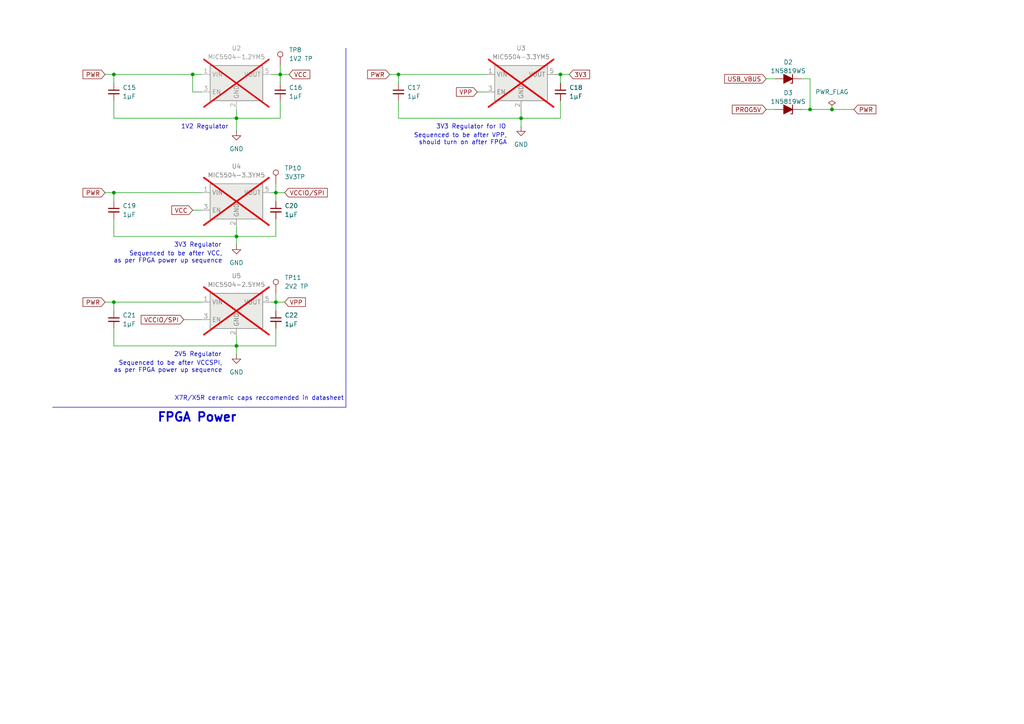
<source format=kicad_sch>
(kicad_sch (version 20250114) (generator "eeschema") (generator_version "9.0")
  (paper "A4")
  (title_block (title "iCE40 Breakout") (date "2025-11-26") (rev "V1R0") (company "S3I") (comment 1 "Voltage regulators"))
  (lib_symbols
    (symbol "Connector:TestPoint" (pin_numbers (hide yes)) (pin_names (offset 0.762) (hide yes))
      (property "Reference" "TP" (at 0 6.858 0))
      (property "Value" "TestPoint" (at 0 5.08 0))
      (symbol "TestPoint_0_1"
        (circle (center 0 3.302) (radius 0.762))
      )
      (symbol "TestPoint_1_1"
        (pin passive line (at 0 0 90) (length 2.54) (name "1") (number "1"))
      )
    )
    (symbol "Device:C_Small" (pin_numbers (hide yes)) (pin_names (offset 0.254) (hide yes))
      (property "Reference" "C" (at 0.254 1.778 0))
      (property "Value" "C_Small" (at 0.254 -2.032 0))
      (symbol "C_Small_0_1"
        (polyline (pts (xy -1.524 0.508) (xy 1.524 0.508)) (stroke (width 0.3048)))
        (polyline (pts (xy -1.524 -0.508) (xy 1.524 -0.508)) (stroke (width 0.3302)))
      )
      (symbol "C_Small_1_1"
        (pin passive line (at 0 2.54 270) (length 2.032) (name "~") (number "1"))
        (pin passive line (at 0 -2.54 90) (length 2.032) (name "~") (number "2"))
      )
    )
    (symbol "Device:D_Zener_Filled" (pin_numbers (hide yes)) (pin_names (offset 1.016) (hide yes))
      (property "Reference" "D" (at 0 2.54 0))
      (property "Value" "D_Zener_Filled" (at 0 -2.54 0))
      (symbol "D_Zener_Filled_0_1"
        (polyline (pts (xy -1.27 -1.27) (xy -1.27 1.27) (xy -0.762 1.27)) (stroke (width 0.254)))
        (polyline (pts (xy 1.27 0) (xy -1.27 0)))
        (polyline (pts (xy 1.27 -1.27) (xy 1.27 1.27) (xy -1.27 0) (xy 1.27 -1.27)) (stroke (width 0.254)) (fill (type outline)))
      )
      (symbol "D_Zener_Filled_1_1"
        (pin passive line (at -3.81 0 0) (length 2.54) (name "K") (number "1"))
        (pin passive line (at 3.81 0 180) (length 2.54) (name "A") (number "2"))
      )
    )
    (symbol "Regulator_Linear:MIC5504-1.2YM5"
      (property "Reference" "U" (at -7.62 8.89 0))
      (property "Value" "MIC5504-1.2YM5" (at -7.62 6.35 0))
      (symbol "MIC5504-1.2YM5_0_1"
        (rectangle (start -7.62 -5.08) (end 7.62 5.08) (stroke (width 0.254)) (fill (type background)))
      )
      (symbol "MIC5504-1.2YM5_1_1"
        (pin power_in line (at -10.16 2.54 0) (length 2.54) (name "VIN") (number "1"))
        (pin input line (at -10.16 -2.54 0) (length 2.54) (name "EN") (number "3"))
        (pin power_in line (at 0 -7.62 90) (length 2.54) (name "GND") (number "2"))
        (pin no_connect line (at 7.62 -2.54 180) (length 2.54) (hide yes) (name "NC") (number "4"))
        (pin power_out line (at 10.16 2.54 180) (length 2.54) (name "VOUT") (number "5"))
      )
    )
    (symbol "Regulator_Linear:MIC5504-2.5YM5"
      (property "Reference" "U" (at -7.62 8.89 0))
      (property "Value" "MIC5504-2.5YM5" (at -7.62 6.35 0))
      (symbol "MIC5504-2.5YM5_0_1"
        (rectangle (start -7.62 -5.08) (end 7.62 5.08) (stroke (width 0.254)) (fill (type background)))
      )
      (symbol "MIC5504-2.5YM5_1_1"
        (pin power_in line (at -10.16 2.54 0) (length 2.54) (name "VIN") (number "1"))
        (pin input line (at -10.16 -2.54 0) (length 2.54) (name "EN") (number "3"))
        (pin power_in line (at 0 -7.62 90) (length 2.54) (name "GND") (number "2"))
        (pin no_connect line (at 7.62 -2.54 180) (length 2.54) (hide yes) (name "NC") (number "4"))
        (pin power_out line (at 10.16 2.54 180) (length 2.54) (name "VOUT") (number "5"))
      )
    )
    (symbol "Regulator_Linear:MIC5504-3.3YM5"
      (property "Reference" "U" (at -7.62 8.89 0))
      (property "Value" "MIC5504-3.3YM5" (at -7.62 6.35 0))
      (symbol "MIC5504-3.3YM5_0_1"
        (rectangle (start -7.62 -5.08) (end 7.62 5.08) (stroke (width 0.254)) (fill (type background)))
      )
      (symbol "MIC5504-3.3YM5_1_1"
        (pin power_in line (at -10.16 2.54 0) (length 2.54) (name "VIN") (number "1"))
        (pin input line (at -10.16 -2.54 0) (length 2.54) (name "EN") (number "3"))
        (pin power_in line (at 0 -7.62 90) (length 2.54) (name "GND") (number "2"))
        (pin no_connect line (at 7.62 -2.54 180) (length 2.54) (hide yes) (name "NC") (number "4"))
        (pin power_out line (at 10.16 2.54 180) (length 2.54) (name "VOUT") (number "5"))
      )
    )
    (symbol "power:GND" (power) (pin_numbers (hide yes)) (pin_names (offset 0) (hide yes))
      (property "Value" "GND" (at 0 -3.81 0))
      (symbol "GND_0_1"
        (polyline (pts (xy 0 0) (xy 0 -1.27) (xy 1.27 -1.27) (xy 0 -2.54) (xy -1.27 -1.27) (xy 0 -1.27)))
      )
      (symbol "GND_1_1"
        (pin power_in line (at 0 0 270) (length 0) (name "~") (number "1"))
      )
    )
    (symbol "power:PWR_FLAG" (power) (pin_numbers (hide yes)) (pin_names (offset 0) (hide yes))
      (property "Value" "PWR_FLAG" (at 0 3.81 0))
      (symbol "PWR_FLAG_0_0"
        (pin power_out line (at 0 0 90) (length 0) (name "~") (number "1"))
      )
      (symbol "PWR_FLAG_0_1"
        (polyline (pts (xy 0 0) (xy 0 1.27) (xy -1.016 1.905) (xy 0 2.54) (xy 1.016 1.905) (xy 0 1.27)))
      )
    )
  )
  (text "1V2 Regulator" (at 66.294 36.83 0) (effects (font (size 1.27 1.27)) (justify right)))
  (text "3V3 Regulator for IO" (at 146.812 36.83 0) (effects (font (size 1.27 1.27)) (justify right)))
  (text "X7R/X5R ceramic caps reccomended in datasheet" (at 75.184 115.57 0) (effects (font (size 1.27 1.27))))
  (text "Sequenced to be after VCCSPI,\nas per FPGA power up sequence" (at 64.516 106.426 0) (effects (font (size 1.27 1.27)) (justify right)))
  (text "3V3 Regulator" (at 64.262 71.12 0) (effects (font (size 1.27 1.27)) (justify right)))
  (text "Sequenced to be after VCC,\nas per FPGA power up sequence" (at 64.516 74.676 0) (effects (font (size 1.27 1.27)) (justify right)))
  (text "FPGA Power" (at 57.15 121.158 0) (effects (font (size 2.54 2.54) (thickness 0.508) (bold yes))))
  (text "Sequenced to be after VPP,\nshould turn on after FPGA" (at 147.066 40.386 0) (effects (font (size 1.27 1.27)) (justify right)))
  (text "2V5 Regulator" (at 64.262 102.87 0) (effects (font (size 1.27 1.27)) (justify right)))
  (junction (at 151.13 34.29))
  (junction (at 80.01 87.63))
  (junction (at 68.58 68.58))
  (junction (at 115.57 21.59))
  (junction (at 81.28 21.59))
  (junction (at 68.58 100.33))
  (junction (at 162.56 21.59))
  (junction (at 68.58 34.29))
  (junction (at 33.02 87.63))
  (junction (at 55.88 21.59))
  (junction (at 241.3 31.75))
  (junction (at 33.02 21.59))
  (junction (at 80.01 55.88))
  (junction (at 234.95 31.75))
  (junction (at 33.02 55.88))
  (wire (pts (xy 222.25 22.86) (xy 224.79 22.86)))
  (wire (pts (xy 232.41 22.86) (xy 234.95 22.86)))
  (wire (pts (xy 55.88 60.96) (xy 58.42 60.96)))
  (wire (pts (xy 115.57 29.21) (xy 115.57 34.29)))
  (wire (pts (xy 151.13 31.75) (xy 151.13 34.29)))
  (wire (pts (xy 80.01 87.63) (xy 80.01 90.17)))
  (wire (pts (xy 68.58 68.58) (xy 80.01 68.58)))
  (polyline (pts (xy 100.33 13.97) (xy 100.33 118.11)))
  (wire (pts (xy 234.95 22.86) (xy 234.95 31.75)))
  (wire (pts (xy 55.88 26.67) (xy 55.88 21.59)))
  (wire (pts (xy 68.58 66.04) (xy 68.58 68.58)))
  (wire (pts (xy 68.58 31.75) (xy 68.58 34.29)))
  (wire (pts (xy 33.02 55.88) (xy 33.02 58.42)))
  (wire (pts (xy 162.56 29.21) (xy 162.56 34.29)))
  (wire (pts (xy 162.56 21.59) (xy 162.56 24.13)))
  (wire (pts (xy 33.02 21.59) (xy 55.88 21.59)))
  (wire (pts (xy 68.58 34.29) (xy 68.58 38.1)))
  (wire (pts (xy 113.03 21.59) (xy 115.57 21.59)))
  (wire (pts (xy 30.48 55.88) (xy 33.02 55.88)))
  (wire (pts (xy 30.48 21.59) (xy 33.02 21.59)))
  (wire (pts (xy 33.02 95.25) (xy 33.02 100.33)))
  (wire (pts (xy 33.02 21.59) (xy 33.02 24.13)))
  (wire (pts (xy 232.41 31.75) (xy 234.95 31.75)))
  (wire (pts (xy 33.02 100.33) (xy 68.58 100.33)))
  (wire (pts (xy 30.48 87.63) (xy 33.02 87.63)))
  (wire (pts (xy 81.28 21.59) (xy 81.28 24.13)))
  (wire (pts (xy 68.58 68.58) (xy 68.58 71.12)))
  (wire (pts (xy 33.02 68.58) (xy 68.58 68.58)))
  (wire (pts (xy 33.02 87.63) (xy 58.42 87.63)))
  (wire (pts (xy 68.58 97.79) (xy 68.58 100.33)))
  (wire (pts (xy 68.58 100.33) (xy 80.01 100.33)))
  (wire (pts (xy 151.13 34.29) (xy 162.56 34.29)))
  (wire (pts (xy 138.43 26.67) (xy 140.97 26.67)))
  (wire (pts (xy 82.55 55.88) (xy 80.01 55.88)))
  (wire (pts (xy 80.01 85.09) (xy 80.01 87.63)))
  (wire (pts (xy 241.3 31.75) (xy 247.65 31.75)))
  (wire (pts (xy 78.74 21.59) (xy 81.28 21.59)))
  (wire (pts (xy 81.28 19.05) (xy 81.28 21.59)))
  (wire (pts (xy 78.74 55.88) (xy 80.01 55.88)))
  (wire (pts (xy 81.28 29.21) (xy 81.28 34.29)))
  (wire (pts (xy 33.02 29.21) (xy 33.02 34.29)))
  (wire (pts (xy 68.58 34.29) (xy 81.28 34.29)))
  (wire (pts (xy 33.02 34.29) (xy 68.58 34.29)))
  (wire (pts (xy 55.88 21.59) (xy 58.42 21.59)))
  (wire (pts (xy 80.01 63.5) (xy 80.01 68.58)))
  (wire (pts (xy 81.28 21.59) (xy 83.82 21.59)))
  (wire (pts (xy 151.13 34.29) (xy 151.13 36.83)))
  (wire (pts (xy 58.42 26.67) (xy 55.88 26.67)))
  (wire (pts (xy 33.02 63.5) (xy 33.02 68.58)))
  (wire (pts (xy 82.55 87.63) (xy 80.01 87.63)))
  (wire (pts (xy 115.57 34.29) (xy 151.13 34.29)))
  (wire (pts (xy 80.01 95.25) (xy 80.01 100.33)))
  (wire (pts (xy 161.29 21.59) (xy 162.56 21.59)))
  (wire (pts (xy 165.1 21.59) (xy 162.56 21.59)))
  (wire (pts (xy 234.95 31.75) (xy 241.3 31.75)))
  (polyline (pts (xy 100.33 118.11) (xy 15.24 118.11)))
  (wire (pts (xy 53.34 92.71) (xy 58.42 92.71)))
  (wire (pts (xy 80.01 55.88) (xy 80.01 58.42)))
  (wire (pts (xy 33.02 55.88) (xy 58.42 55.88)))
  (wire (pts (xy 33.02 87.63) (xy 33.02 90.17)))
  (wire (pts (xy 78.74 87.63) (xy 80.01 87.63)))
  (wire (pts (xy 80.01 53.34) (xy 80.01 55.88)))
  (wire (pts (xy 68.58 100.33) (xy 68.58 102.87)))
  (wire (pts (xy 115.57 21.59) (xy 140.97 21.59)))
  (wire (pts (xy 222.25 31.75) (xy 224.79 31.75)))
  (wire (pts (xy 115.57 21.59) (xy 115.57 24.13)))
  (global_label "PROG5V" (shape input) (at 222.25 31.75 180) (property "Intersheetrefs" "${INTERSHEET_REFS}" (effects (hide yes))))
  (global_label "PWR" (shape input) (at 30.48 55.88 180) (property "Intersheetrefs" "${INTERSHEET_REFS}" (effects (hide yes))))
  (global_label "VPP" (shape input) (at 82.55 87.63 0) (property "Intersheetrefs" "${INTERSHEET_REFS}" (effects (hide yes))))
  (global_label "3V3" (shape input) (at 165.1 21.59 0) (property "Intersheetrefs" "${INTERSHEET_REFS}" (effects (hide yes))))
  (global_label "VCCIO{slash}SPI" (shape input) (at 53.34 92.71 180) (property "Intersheetrefs" "${INTERSHEET_REFS}" (effects (hide yes))))
  (global_label "PWR" (shape input) (at 30.48 21.59 180) (property "Intersheetrefs" "${INTERSHEET_REFS}" (effects (hide yes))))
  (global_label "VCC" (shape input) (at 83.82 21.59 0) (property "Intersheetrefs" "${INTERSHEET_REFS}" (effects (hide yes))))
  (global_label "PWR" (shape input) (at 113.03 21.59 180) (property "Intersheetrefs" "${INTERSHEET_REFS}" (effects (hide yes))))
  (global_label "PWR" (shape input) (at 247.65 31.75 0) (property "Intersheetrefs" "${INTERSHEET_REFS}" (effects (hide yes))))
  (global_label "VCC" (shape input) (at 55.88 60.96 180) (property "Intersheetrefs" "${INTERSHEET_REFS}" (effects (hide yes))))
  (global_label "VPP" (shape input) (at 138.43 26.67 180) (property "Intersheetrefs" "${INTERSHEET_REFS}" (effects (hide yes))))
  (global_label "PWR" (shape input) (at 30.48 87.63 180) (property "Intersheetrefs" "${INTERSHEET_REFS}" (effects (hide yes))))
  (global_label "USB_VBUS" (shape input) (at 222.25 22.86 180) (property "Intersheetrefs" "${INTERSHEET_REFS}" (effects (hide yes))))
  (global_label "VCCIO{slash}SPI" (shape input) (at 82.55 55.88 0) (property "Intersheetrefs" "${INTERSHEET_REFS}" (effects (hide yes))))
  (symbol (lib_id "Device:C_Small") (at 80.01 92.71 0) (unit 1)
    (property "Reference" "C22" (at 82.55 91.4462 0) (effects (justify left)))
    (property "Value" "1μF" (at 82.55 93.9862 0) (effects (justify left)))
    (property "Footprint" "Capacitor_SMD:C_0402_1005Metric" (effects (hide yes)))
    (property "Description" "Unpolarized capacitor, small symbol" (effects (hide yes)))
    (property "LCSC" "C52923" (effects (hide yes)))
  )
  (symbol (lib_id "Regulator_Linear:MIC5504-2.5YM5") (at 68.58 90.17 0) (unit 1) (dnp yes)
    (property "Reference" "U5" (at 68.58 80.01 0))
    (property "Value" "MIC5504-2.5YM5" (at 68.58 82.55 0))
    (property "Footprint" "Package_TO_SOT_SMD:SOT-23-5" (effects (hide yes)))
    (property "Datasheet" "http://ww1.microchip.com/downloads/en/DeviceDoc/MIC550X.pdf" (effects (hide yes)))
    (property "Description" "300mA Low-dropout Voltage Regulator, Vout 2.5V, Vin up to 5.5V, SOT-23" (effects (hide yes)))
    (property "LCSC" "C626117" (effects (hide yes)))
  )
  (symbol (lib_id "Device:C_Small") (at 80.01 60.96 0) (unit 1)
    (property "Reference" "C20" (at 82.55 59.6962 0) (effects (justify left)))
    (property "Value" "1μF" (at 82.55 62.2362 0) (effects (justify left)))
    (property "Footprint" "Capacitor_SMD:C_0402_1005Metric" (effects (hide yes)))
    (property "Description" "Unpolarized capacitor, small symbol" (effects (hide yes)))
    (property "LCSC" "C52923" (effects (hide yes)))
  )
  (symbol (lib_id "power:PWR_FLAG") (at 241.3 31.75 0) (unit 1)
    (property "Reference" "#FLG02" (effects (hide yes)))
    (property "Value" "PWR_FLAG" (at 241.3 26.67 0))
    (property "Description" "Special symbol for telling ERC where power comes from" (effects (hide yes)))
  )
  (symbol (lib_id "Connector:TestPoint") (at 80.01 85.09 0) (unit 1)
    (property "Reference" "TP11" (at 82.55 80.5179 0) (effects (justify left)))
    (property "Value" "2V2 TP" (at 82.55 83.0579 0) (effects (justify left)))
    (property "Footprint" "TestPoint:TestPoint_Pad_D1.0mm" (effects (hide yes)))
    (property "Description" "test point" (effects (hide yes)))
  )
  (symbol (lib_id "Regulator_Linear:MIC5504-1.2YM5") (at 68.58 24.13 0) (unit 1) (dnp yes)
    (property "Reference" "U2" (at 68.58 13.97 0))
    (property "Value" "MIC5504-1.2YM5" (at 68.58 16.51 0))
    (property "Footprint" "Package_TO_SOT_SMD:SOT-23-5" (effects (hide yes)))
    (property "Datasheet" "http://ww1.microchip.com/downloads/en/DeviceDoc/MIC550X.pdf" (effects (hide yes)))
    (property "Description" "300mA Low-dropout Voltage Regulator, Vout 1.2V, Vin up to 5.5V, SOT-23" (effects (hide yes)))
    (property "LCSC" "C626115" (effects (hide yes)))
  )
  (symbol (lib_id "Device:C_Small") (at 115.57 26.67 0) (unit 1)
    (property "Reference" "C17" (at 118.11 25.4062 0) (effects (justify left)))
    (property "Value" "1μF" (at 118.11 27.9462 0) (effects (justify left)))
    (property "Footprint" "Capacitor_SMD:C_0402_1005Metric" (effects (hide yes)))
    (property "Description" "Unpolarized capacitor, small symbol" (effects (hide yes)))
    (property "LCSC" "C52923" (effects (hide yes)))
  )
  (symbol (lib_id "Regulator_Linear:MIC5504-3.3YM5") (at 68.58 58.42 0) (unit 1) (dnp yes)
    (property "Reference" "U4" (at 68.58 48.26 0))
    (property "Value" "MIC5504-3.3YM5" (at 68.58 50.8 0))
    (property "Footprint" "Package_TO_SOT_SMD:SOT-23-5" (effects (hide yes)))
    (property "Datasheet" "http://ww1.microchip.com/downloads/en/DeviceDoc/MIC550X.pdf" (effects (hide yes)))
    (property "Description" "300mA Low-dropout Voltage Regulator, Vout 3.3V, Vin up to 5.5V, SOT-23" (effects (hide yes)))
    (property "LCSC" "C88419" (effects (hide yes)))
  )
  (symbol (lib_id "Device:D_Zener_Filled") (at 228.6 22.86 180) (unit 1)
    (property "Reference" "D2" (at 228.6 18.034 0))
    (property "Value" "1N5819WS" (at 228.6 20.574 0))
    (property "Footprint" "Diode_SMD:D_SOD-323" (effects (hide yes)))
    (property "Description" "Zener diode, filled shape" (effects (hide yes)))
    (property "LCSC" "C191023" (effects (hide yes)))
  )
  (symbol (lib_id "power:GND") (at 68.58 38.1 0) (unit 1)
    (property "Reference" "#PWR023" (effects (hide yes)))
    (property "Value" "GND" (at 68.58 43.18 0))
    (property "Description" "Power symbol creates a global label with name \"GND\" , ground" (effects (hide yes)))
  )
  (symbol (lib_id "Device:C_Small") (at 81.28 26.67 0) (unit 1)
    (property "Reference" "C16" (at 83.82 25.4062 0) (effects (justify left)))
    (property "Value" "1μF" (at 83.82 27.9462 0) (effects (justify left)))
    (property "Footprint" "Capacitor_SMD:C_0402_1005Metric" (effects (hide yes)))
    (property "Description" "Unpolarized capacitor, small symbol" (effects (hide yes)))
    (property "LCSC" "C52923" (effects (hide yes)))
  )
  (symbol (lib_id "Connector:TestPoint") (at 80.01 53.34 0) (unit 1)
    (property "Reference" "TP10" (at 82.55 48.7679 0) (effects (justify left)))
    (property "Value" "3V3TP" (at 82.55 51.3079 0) (effects (justify left)))
    (property "Footprint" "TestPoint:TestPoint_Pad_D1.0mm" (effects (hide yes)))
    (property "Description" "test point" (effects (hide yes)))
  )
  (symbol (lib_id "power:GND") (at 68.58 71.12 0) (unit 1)
    (property "Reference" "#PWR024" (effects (hide yes)))
    (property "Value" "GND" (at 68.58 76.2 0))
    (property "Description" "Power symbol creates a global label with name \"GND\" , ground" (effects (hide yes)))
  )
  (symbol (lib_id "power:GND") (at 68.58 102.87 0) (unit 1)
    (property "Reference" "#PWR025" (effects (hide yes)))
    (property "Value" "GND" (at 68.58 107.95 0))
    (property "Description" "Power symbol creates a global label with name \"GND\" , ground" (effects (hide yes)))
  )
  (symbol (lib_id "power:GND") (at 151.13 36.83 0) (unit 1)
    (property "Reference" "#PWR022" (effects (hide yes)))
    (property "Value" "GND" (at 151.13 41.91 0))
    (property "Description" "Power symbol creates a global label with name \"GND\" , ground" (effects (hide yes)))
  )
  (symbol (lib_id "Device:D_Zener_Filled") (at 228.6 31.75 180) (unit 1)
    (property "Reference" "D3" (at 228.6 26.924 0))
    (property "Value" "1N5819WS" (at 228.6 29.464 0))
    (property "Footprint" "Diode_SMD:D_SOD-323" (effects (hide yes)))
    (property "Description" "Zener diode, filled shape" (effects (hide yes)))
    (property "LCSC" "C191023" (effects (hide yes)))
  )
  (symbol (lib_id "Regulator_Linear:MIC5504-3.3YM5") (at 151.13 24.13 0) (unit 1) (dnp yes)
    (property "Reference" "U3" (at 151.13 13.97 0))
    (property "Value" "MIC5504-3.3YM5" (at 151.13 16.51 0))
    (property "Footprint" "Package_TO_SOT_SMD:SOT-23-5" (effects (hide yes)))
    (property "Datasheet" "http://ww1.microchip.com/downloads/en/DeviceDoc/MIC550X.pdf" (effects (hide yes)))
    (property "Description" "300mA Low-dropout Voltage Regulator, Vout 3.3V, Vin up to 5.5V, SOT-23" (effects (hide yes)))
    (property "LCSC" "C88419" (effects (hide yes)))
  )
  (symbol (lib_id "Device:C_Small") (at 33.02 92.71 0) (unit 1)
    (property "Reference" "C21" (at 35.56 91.4462 0) (effects (justify left)))
    (property "Value" "1μF" (at 35.56 93.9862 0) (effects (justify left)))
    (property "Footprint" "Capacitor_SMD:C_0402_1005Metric" (effects (hide yes)))
    (property "Description" "Unpolarized capacitor, small symbol" (effects (hide yes)))
    (property "LCSC" "C52923" (effects (hide yes)))
  )
  (symbol (lib_id "Connector:TestPoint") (at 81.28 19.05 0) (unit 1)
    (property "Reference" "TP8" (at 83.82 14.4779 0) (effects (justify left)))
    (property "Value" "1V2 TP" (at 83.82 17.0179 0) (effects (justify left)))
    (property "Footprint" "TestPoint:TestPoint_Pad_D1.0mm" (effects (hide yes)))
    (property "Description" "test point" (effects (hide yes)))
  )
  (symbol (lib_id "Device:C_Small") (at 33.02 26.67 0) (unit 1)
    (property "Reference" "C15" (at 35.56 25.4062 0) (effects (justify left)))
    (property "Value" "1μF" (at 35.56 27.9462 0) (effects (justify left)))
    (property "Footprint" "Capacitor_SMD:C_0402_1005Metric" (effects (hide yes)))
    (property "Description" "Unpolarized capacitor, small symbol" (effects (hide yes)))
    (property "LCSC" "C52923" (effects (hide yes)))
  )
  (symbol (lib_id "Device:C_Small") (at 162.56 26.67 0) (unit 1)
    (property "Reference" "C18" (at 165.1 25.4062 0) (effects (justify left)))
    (property "Value" "1μF" (at 165.1 27.9462 0) (effects (justify left)))
    (property "Footprint" "Capacitor_SMD:C_0402_1005Metric" (effects (hide yes)))
    (property "Description" "Unpolarized capacitor, small symbol" (effects (hide yes)))
    (property "LCSC" "C52923" (effects (hide yes)))
  )
  (symbol (lib_id "Device:C_Small") (at 33.02 60.96 0) (unit 1)
    (property "Reference" "C19" (at 35.56 59.6962 0) (effects (justify left)))
    (property "Value" "1μF" (at 35.56 62.2362 0) (effects (justify left)))
    (property "Footprint" "Capacitor_SMD:C_0402_1005Metric" (effects (hide yes)))
    (property "Description" "Unpolarized capacitor, small symbol" (effects (hide yes)))
    (property "LCSC" "C52923" (effects (hide yes)))
  )
)
</source>
